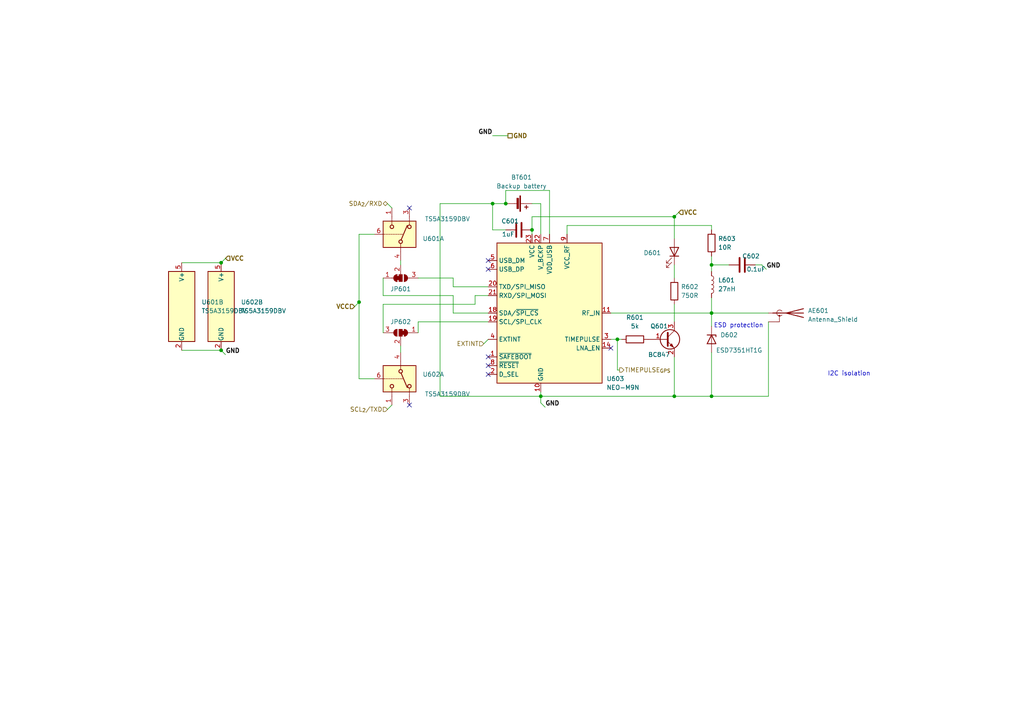
<source format=kicad_sch>
(kicad_sch (version 20211123) (generator eeschema)
  (paper "A4")
  (title_block (title "Power Unit - CanSat 2023") (date "2023-01-19") (rev "2022") (company "Project SkyFall") (comment 1 "David Haisman"))
  (lib_symbols
    (symbol "Analog_Switch:TS5A3159DBV" (pin_names (offset 0.127))
      (property "Reference" "U" (at -3.175 4.699 0))
      (property "Value" "TS5A3159DBV" (at -3.175 2.921 0))
      (symbol "TS5A3159DBV_1_1"
        (rectangle (start -3.81 1.905) (end 3.81 -7.62) (stroke (width 0.254)) (fill (type background)))
        (circle (center -2.159 -2.54) (radius 0.508) (stroke (width 0.254)))
        (polyline (pts (xy -5.08 -2.54) (xy -2.794 -2.54)))
        (polyline (pts (xy -1.651 -2.413) (xy 2.54 -0.635)) (stroke (width 0.254)))
        (polyline (pts (xy 0 -7.62) (xy 0 -7.112)))
        (polyline (pts (xy 0 -6.858) (xy 0 -6.604)))
        (polyline (pts (xy 0 -6.35) (xy 0 -6.096)))
        (polyline (pts (xy 0 -5.842) (xy 0 -5.588)))
        (polyline (pts (xy 0 -5.334) (xy 0 -5.08)))
        (polyline (pts (xy 0 -4.826) (xy 0 -4.572)))
        (polyline (pts (xy 0 -4.318) (xy 0 -4.064)))
        (polyline (pts (xy 0 -3.81) (xy 0 -3.556)))
        (polyline (pts (xy 0 -3.302) (xy 0 -3.048)))
        (polyline (pts (xy 0 -2.794) (xy 0 -2.54)))
        (polyline (pts (xy 0 -2.286) (xy 0 -2.032)))
        (polyline (pts (xy 0 -2.286) (xy 0 -2.032)))
        (polyline (pts (xy 5.08 -5.08) (xy 2.794 -5.08)))
        (polyline (pts (xy 5.08 0) (xy 2.794 0)))
        (circle (center 2.159 -5.08) (radius 0.508) (stroke (width 0.254)))
        (circle (center 2.159 0) (radius 0.508) (stroke (width 0.254)))
        (pin passive line (at 7.62 -5.08 180) (length 2.54) (name "~") (number "1"))
        (pin passive line (at 7.62 0 180) (length 2.54) (name "~") (number "3"))
        (pin passive line (at -7.62 -2.54 0) (length 2.54) (name "~") (number "4"))
        (pin input line (at 0 -10.16 90) (length 2.54) (name "~") (number "6"))
      )
      (symbol "TS5A3159DBV_2_0"
        (pin power_in line (at 0 -12.7 90) (length 2.54) (name "GND") (number "2"))
        (pin power_in line (at 0 12.7 270) (length 2.54) (name "V+") (number "5"))
      )
      (symbol "TS5A3159DBV_2_1"
        (rectangle (start -3.81 10.16) (end 3.81 -10.16) (stroke (width 0.254)) (fill (type background)))
      )
    )
    (symbol "Device:Antenna_Shield" (pin_numbers hide) (pin_names (offset 1.016) hide)
      (property "Reference" "AE" (at -1.905 4.445 0))
      (property "Value" "Antenna_Shield" (at -1.905 2.54 0))
      (symbol "Antenna_Shield_0_1"
        (arc (start -0.508 -1.143) (mid -0.8429 -2.1194) (end 0 -2.667))
        (arc (start 0 -2.667) (mid 0.7989 -2.1052) (end 0.508 -1.143))
        (polyline (pts (xy 0 -2.54) (xy 0 0)))
        (polyline (pts (xy 0 5.08) (xy 0 -3.81)) (stroke (width 0.254)))
        (polyline (pts (xy 0.762 -1.905) (xy 2.54 -1.905)))
        (polyline (pts (xy 2.54 -2.54) (xy 2.54 -1.905)))
        (polyline (pts (xy 1.27 5.08) (xy 0 0) (xy -1.27 5.08)) (stroke (width 0.254)))
        (circle (center 0.762 -1.905) (radius 0.1778) (fill (type outline)))
      )
      (symbol "Antenna_Shield_1_1"
        (pin input line (at 0 -5.08 90) (length 2.54) (name "A") (number "1"))
        (pin input line (at 2.54 -5.08 90) (length 2.54) (name "Shield") (number "2"))
      )
    )
    (symbol "Device:Battery_Cell" (pin_numbers hide) (pin_names (offset 0) hide)
      (property "Reference" "BT" (at 2.54 2.54 0))
      (property "Value" "Battery_Cell" (at 2.54 0 0))
      (symbol "Battery_Cell_0_1"
        (rectangle (start -2.286 1.778) (end 2.286 1.524) (fill (type outline)))
        (rectangle (start -1.5748 1.1938) (end 1.4732 0.6858) (fill (type outline)))
        (polyline (pts (xy 0 0.762) (xy 0 0)))
        (polyline (pts (xy 0 1.778) (xy 0 2.54)))
        (polyline (pts (xy 0.508 3.429) (xy 1.524 3.429)) (stroke (width 0.254)))
        (polyline (pts (xy 1.016 3.937) (xy 1.016 2.921)) (stroke (width 0.254)))
      )
      (symbol "Battery_Cell_1_1"
        (pin passive line (at 0 5.08 270) (length 2.54) (name "+") (number "1"))
        (pin passive line (at 0 -2.54 90) (length 2.54) (name "-") (number "2"))
      )
    )
    (symbol "Device:C" (pin_numbers hide) (pin_names (offset 0.254))
      (property "Reference" "C" (at 0.635 2.54 0))
      (property "Value" "C" (at 0.635 -2.54 0))
      (symbol "C_0_1"
        (polyline (pts (xy -2.032 -0.762) (xy 2.032 -0.762)) (stroke (width 0.508)))
        (polyline (pts (xy -2.032 0.762) (xy 2.032 0.762)) (stroke (width 0.508)))
      )
      (symbol "C_1_1"
        (pin passive line (at 0 3.81 270) (length 2.794) (name "~") (number "1"))
        (pin passive line (at 0 -3.81 90) (length 2.794) (name "~") (number "2"))
      )
    )
    (symbol "Device:D_Zener" (pin_numbers hide) (pin_names (offset 1.016) hide)
      (property "Reference" "D" (at 0 2.54 0))
      (property "Value" "D_Zener" (at 0 -2.54 0))
      (symbol "D_Zener_0_1"
        (polyline (pts (xy 1.27 0) (xy -1.27 0)))
        (polyline (pts (xy -1.27 -1.27) (xy -1.27 1.27) (xy -0.762 1.27)) (stroke (width 0.254)))
        (polyline (pts (xy 1.27 -1.27) (xy 1.27 1.27) (xy -1.27 0) (xy 1.27 -1.27)) (stroke (width 0.254)))
      )
      (symbol "D_Zener_1_1"
        (pin passive line (at -3.81 0 0) (length 2.54) (name "K") (number "1"))
        (pin passive line (at 3.81 0 180) (length 2.54) (name "A") (number "2"))
      )
    )
    (symbol "Device:L" (pin_numbers hide) (pin_names (offset 1.016) hide)
      (property "Reference" "L" (at -1.27 0 90))
      (property "Value" "L" (at 1.905 0 90))
      (symbol "L_0_1"
        (arc (start 0 -2.54) (mid 0.635 -1.905) (end 0 -1.27))
        (arc (start 0 -1.27) (mid 0.635 -0.635) (end 0 0))
        (arc (start 0 0) (mid 0.635 0.635) (end 0 1.27))
        (arc (start 0 1.27) (mid 0.635 1.905) (end 0 2.54))
      )
      (symbol "L_1_1"
        (pin passive line (at 0 3.81 270) (length 1.27) (name "1") (number "1"))
        (pin passive line (at 0 -3.81 90) (length 1.27) (name "2") (number "2"))
      )
    )
    (symbol "Device:LED" (pin_numbers hide) (pin_names (offset 1.016) hide)
      (property "Reference" "D" (at 0 2.54 0))
      (property "Value" "LED" (at 0 -2.54 0))
      (symbol "LED_0_1"
        (polyline (pts (xy -1.27 -1.27) (xy -1.27 1.27)) (stroke (width 0.254)))
        (polyline (pts (xy -1.27 0) (xy 1.27 0)))
        (polyline (pts (xy 1.27 -1.27) (xy 1.27 1.27) (xy -1.27 0) (xy 1.27 -1.27)) (stroke (width 0.254)))
        (polyline (pts (xy -3.048 -0.762) (xy -4.572 -2.286) (xy -3.81 -2.286) (xy -4.572 -2.286) (xy -4.572 -1.524)))
        (polyline (pts (xy -1.778 -0.762) (xy -3.302 -2.286) (xy -2.54 -2.286) (xy -3.302 -2.286) (xy -3.302 -1.524)))
      )
      (symbol "LED_1_1"
        (pin passive line (at -3.81 0 0) (length 2.54) (name "K") (number "1"))
        (pin passive line (at 3.81 0 180) (length 2.54) (name "A") (number "2"))
      )
    )
    (symbol "Device:R" (pin_numbers hide) (pin_names (offset 0))
      (property "Reference" "R" (at 2.032 0 90))
      (property "Value" "R" (at 0 0 90))
      (symbol "R_0_1"
        (rectangle (start -1.016 -2.54) (end 1.016 2.54) (stroke (width 0.254)))
      )
      (symbol "R_1_1"
        (pin passive line (at 0 3.81 270) (length 1.27) (name "~") (number "1"))
        (pin passive line (at 0 -3.81 90) (length 1.27) (name "~") (number "2"))
      )
    )
    (symbol "Dovolená:NEO-M9N"
      (property "Reference" "U" (at -13.97 21.59 0))
      (property "Value" "NEO-M9N" (at 11.43 21.59 0))
      (symbol "NEO-M9N_0_1"
        (rectangle (start -15.24 20.32) (end 15.24 -20.32) (stroke (width 0.254)) (fill (type background)))
      )
      (symbol "NEO-M9N_1_1"
        (pin input line (at -17.78 -12.7 0) (length 2.54) (name "~{SAFEBOOT}") (number "1"))
        (pin power_in line (at -2.54 -22.86 90) (length 2.54) (name "GND") (number "10"))
        (pin input line (at 17.78 0 180) (length 2.54) (name "RF_IN") (number "11"))
        (pin passive line (at 2.54 -22.86 90) (length 2.54) hide (name "GND") (number "12"))
        (pin passive line (at -5.08 -22.86 90) (length 2.54) hide (name "GND") (number "13"))
        (pin output line (at 17.78 -10.16 180) (length 2.54) (name "LNA_EN") (number "14"))
        (pin no_connect line (at 15.24 -12.7 180) (length 2.54) hide (name "RESERVED") (number "15"))
        (pin no_connect line (at 15.24 -15.24 180) (length 2.54) hide (name "RESERVED") (number "16"))
        (pin no_connect line (at 15.24 -17.78 180) (length 2.54) hide (name "RESERVED") (number "17"))
        (pin bidirectional line (at -17.78 0 0) (length 2.54) (name "SDA/~{SPI_CS}") (number "18"))
        (pin input line (at -17.78 -2.54 0) (length 2.54) (name "SCL/SPI_CLK") (number "19"))
        (pin input line (at -17.78 -17.78 0) (length 2.54) (name "D_SEL") (number "2"))
        (pin output line (at -17.78 7.62 0) (length 2.54) (name "TXD/SPI_MISO") (number "20"))
        (pin input line (at -17.78 5.08 0) (length 2.54) (name "RXD/SPI_MOSI") (number "21"))
        (pin power_in line (at -2.54 22.86 270) (length 2.54) (name "V_BCKP") (number "22"))
        (pin power_in line (at -5.08 22.86 270) (length 2.54) (name "VCC") (number "23"))
        (pin passive line (at 0 -22.86 90) (length 2.54) hide (name "GND") (number "24"))
        (pin output line (at 17.78 -7.62 180) (length 2.54) (name "TIMEPULSE") (number "3"))
        (pin input line (at -17.78 -7.62 0) (length 2.54) (name "EXTINT") (number "4"))
        (pin bidirectional line (at -17.78 15.24 0) (length 2.54) (name "USB_DM") (number "5"))
        (pin bidirectional line (at -17.78 12.7 0) (length 2.54) (name "USB_DP") (number "6"))
        (pin power_in line (at 0 22.86 270) (length 2.54) (name "VDD_USB") (number "7"))
        (pin input line (at -17.78 -15.24 0) (length 2.54) (name "~{RESET}") (number "8"))
        (pin power_out line (at 5.08 22.86 270) (length 2.54) (name "VCC_RF") (number "9"))
      )
    )
    (symbol "Jumper:SolderJumper_3_Bridged12" (pin_names (offset 0) hide)
      (property "Reference" "JP" (at -2.54 -2.54 0))
      (property "Value" "SolderJumper_3_Bridged12" (at 0 2.794 0))
      (symbol "SolderJumper_3_Bridged12_0_1"
        (rectangle (start -1.016 0.508) (end -0.508 -0.508) (fill (type outline)))
        (arc (start -1.016 1.016) (mid -2.032 0) (end -1.016 -1.016))
        (arc (start -1.016 1.016) (mid -2.032 0) (end -1.016 -1.016) (fill (type outline)))
        (rectangle (start -0.508 1.016) (end 0.508 -1.016) (fill (type outline)))
        (polyline (pts (xy -2.54 0) (xy -2.032 0)))
        (polyline (pts (xy -1.016 1.016) (xy -1.016 -1.016)))
        (polyline (pts (xy 0 -1.27) (xy 0 -1.016)))
        (polyline (pts (xy 1.016 1.016) (xy 1.016 -1.016)))
        (polyline (pts (xy 2.54 0) (xy 2.032 0)))
        (arc (start 1.016 -1.016) (mid 2.032 0) (end 1.016 1.016))
        (arc (start 1.016 -1.016) (mid 2.032 0) (end 1.016 1.016) (fill (type outline)))
      )
      (symbol "SolderJumper_3_Bridged12_1_1"
        (pin passive line (at -5.08 0 0) (length 2.54) (name "A") (number "1"))
        (pin passive line (at 0 -3.81 90) (length 2.54) (name "C") (number "2"))
        (pin passive line (at 5.08 0 180) (length 2.54) (name "B") (number "3"))
      )
    )
    (symbol "Transistor_BJT:BC847" (pin_names (offset 0) hide)
      (property "Reference" "Q" (at 5.08 1.905 0))
      (property "Value" "BC847" (at 5.08 0 0))
      (symbol "BC847_0_1"
        (polyline (pts (xy 0.635 0.635) (xy 2.54 2.54)))
        (polyline (pts (xy 0.635 -0.635) (xy 2.54 -2.54) (xy 2.54 -2.54)))
        (polyline (pts (xy 0.635 1.905) (xy 0.635 -1.905) (xy 0.635 -1.905)) (stroke (width 0.508)))
        (polyline (pts (xy 1.27 -1.778) (xy 1.778 -1.27) (xy 2.286 -2.286) (xy 1.27 -1.778) (xy 1.27 -1.778)) (fill (type outline)))
        (circle (center 1.27 0) (radius 2.8194) (stroke (width 0.254)))
      )
      (symbol "BC847_1_1"
        (pin input line (at -5.08 0 0) (length 5.715) (name "B") (number "1"))
        (pin passive line (at 2.54 -5.08 90) (length 2.54) (name "E") (number "2"))
        (pin passive line (at 2.54 5.08 270) (length 2.54) (name "C") (number "3"))
      )
    )
  )
  (junction (at 146.685 59.055))
  (junction (at 64.135 76.2))
  (junction (at 64.135 101.6))
  (junction (at 156.845 114.935))
  (junction (at 142.875 59.055))
  (junction (at 206.375 114.935))
  (junction (at 195.58 114.935))
  (junction (at 206.375 76.835))
  (junction (at 179.07 98.425))
  (junction (at 195.58 62.865))
  (junction (at 154.305 66.675))
  (junction (at 104.14 87.63))
  (junction (at 206.375 90.805))
  (no_connect (at 141.605 106.045))
  (no_connect (at 141.605 108.585))
  (no_connect (at 141.605 103.505))
  (no_connect (at 177.165 100.965))
  (no_connect (at 118.745 60.325))
  (no_connect (at 118.745 117.475))
  (no_connect (at 141.605 75.565))
  (no_connect (at 141.605 78.105))
  (wire (pts (xy 164.465 67.945) (xy 164.465 65.405)))
  (wire (pts (xy 195.58 103.505) (xy 195.58 114.935)))
  (wire (pts (xy 154.305 62.865) (xy 195.58 62.865)))
  (wire (pts (xy 156.845 114.935) (xy 195.58 114.935)))
  (wire (pts (xy 154.305 66.675) (xy 154.305 67.945)))
  (wire (pts (xy 195.58 62.865) (xy 195.58 69.215)))
  (wire (pts (xy 177.165 90.805) (xy 206.375 90.805)))
  (wire (pts (xy 222.25 78.105) (xy 220.98 76.835)))
  (wire (pts (xy 179.07 98.425) (xy 177.165 98.425)))
  (wire (pts (xy 159.385 55.245) (xy 146.685 55.245)))
  (wire (pts (xy 195.58 114.935) (xy 206.375 114.935)))
  (wire (pts (xy 131.445 90.805) (xy 141.605 90.805)))
  (wire (pts (xy 179.07 107.315) (xy 179.07 98.425)))
  (wire (pts (xy 52.705 101.6) (xy 64.135 101.6)))
  (wire (pts (xy 142.875 59.055) (xy 146.685 59.055)))
  (wire (pts (xy 206.375 102.235) (xy 206.375 114.935)))
  (wire (pts (xy 64.135 101.6) (xy 65.405 102.87)))
  (wire (pts (xy 104.14 67.945) (xy 104.14 87.63)))
  (wire (pts (xy 206.375 65.405) (xy 206.375 66.675)))
  (wire (pts (xy 206.375 78.74) (xy 206.375 76.835)))
  (wire (pts (xy 159.385 55.245) (xy 159.385 67.945)))
  (wire (pts (xy 116.205 102.235) (xy 116.205 100.33)))
  (wire (pts (xy 137.795 85.725) (xy 141.605 85.725)))
  (wire (pts (xy 102.87 88.9) (xy 104.14 87.63)))
  (wire (pts (xy 141.605 83.185) (xy 131.445 83.185)))
  (wire (pts (xy 111.125 85.725) (xy 111.125 80.645)))
  (wire (pts (xy 131.445 90.805) (xy 131.445 85.725)))
  (wire (pts (xy 108.585 67.945) (xy 104.14 67.945)))
  (wire (pts (xy 156.845 114.935) (xy 156.845 116.84)))
  (wire (pts (xy 116.205 75.565) (xy 116.205 76.835)))
  (wire (pts (xy 121.285 80.645) (xy 131.445 80.645)))
  (wire (pts (xy 156.845 116.84) (xy 158.115 118.11)))
  (wire (pts (xy 147.32 39.37) (xy 142.875 39.37)))
  (wire (pts (xy 179.705 107.315) (xy 179.07 107.315)))
  (wire (pts (xy 127.635 59.055) (xy 142.875 59.055)))
  (wire (pts (xy 156.845 113.665) (xy 156.845 114.935)))
  (wire (pts (xy 222.885 93.345) (xy 222.885 114.935)))
  (wire (pts (xy 111.125 85.725) (xy 131.445 85.725)))
  (wire (pts (xy 154.305 59.055) (xy 156.845 59.055)))
  (wire (pts (xy 196.85 61.595) (xy 195.58 62.865)))
  (wire (pts (xy 112.395 118.745) (xy 113.665 117.475)))
  (wire (pts (xy 104.14 87.63) (xy 104.14 109.855)))
  (wire (pts (xy 156.845 114.935) (xy 127.635 114.935)))
  (wire (pts (xy 142.875 66.675) (xy 142.875 59.055)))
  (wire (pts (xy 206.375 94.615) (xy 206.375 90.805)))
  (wire (pts (xy 121.285 96.52) (xy 121.285 93.345)))
  (wire (pts (xy 206.375 90.805) (xy 222.885 90.805)))
  (wire (pts (xy 164.465 65.405) (xy 206.375 65.405)))
  (wire (pts (xy 104.14 109.855) (xy 108.585 109.855)))
  (wire (pts (xy 206.375 86.36) (xy 206.375 90.805)))
  (wire (pts (xy 206.375 74.295) (xy 206.375 76.835)))
  (wire (pts (xy 146.685 55.245) (xy 146.685 59.055)))
  (wire (pts (xy 137.795 88.265) (xy 137.795 85.725)))
  (wire (pts (xy 146.685 66.675) (xy 142.875 66.675)))
  (wire (pts (xy 206.375 114.935) (xy 222.885 114.935)))
  (wire (pts (xy 131.445 83.185) (xy 131.445 80.645)))
  (wire (pts (xy 121.285 93.345) (xy 141.605 93.345)))
  (wire (pts (xy 195.58 80.645) (xy 195.58 76.835)))
  (wire (pts (xy 154.305 66.675) (xy 154.305 62.865)))
  (wire (pts (xy 220.98 76.835) (xy 219.075 76.835)))
  (wire (pts (xy 65.405 74.93) (xy 64.135 76.2)))
  (wire (pts (xy 111.125 88.265) (xy 137.795 88.265)))
  (wire (pts (xy 111.125 88.265) (xy 111.125 96.52)))
  (wire (pts (xy 206.375 76.835) (xy 211.455 76.835)))
  (wire (pts (xy 112.395 59.055) (xy 113.665 60.325)))
  (wire (pts (xy 195.58 93.345) (xy 195.58 88.265)))
  (wire (pts (xy 52.705 76.2) (xy 64.135 76.2)))
  (wire (pts (xy 180.34 98.425) (xy 179.07 98.425)))
  (wire (pts (xy 127.635 114.935) (xy 127.635 59.055)))
  (wire (pts (xy 156.845 67.945) (xy 156.845 59.055)))
  (wire (pts (xy 140.335 99.695) (xy 141.605 98.425)))
  (text "ESD protection" (at 207.01 95.25 0) (effects (font (size 1.27 1.27)) (justify left bottom)))
  (text "I2C isolation" (at 240.03 109.22 0) (effects (font (size 1.27 1.27)) (justify left bottom)))
  (label "GND" (at 158.115 118.11 0) (effects (font (thickness 0.254) bold)))
  (label "GND" (at 222.25 78.105 0) (effects (font (thickness 0.254) bold)))
  (label "GND" (at 142.875 39.37 180) (effects (font (thickness 0.254) bold)))
  (label "GND" (at 65.405 102.87 0) (effects (font (thickness 0.254) bold)))
  (hierarchical_label "VCC" (shape input) (at 196.85 61.595 0) (effects (font bold)))
  (hierarchical_label "EXTINT" (shape input) (at 140.335 99.695 180))
  (hierarchical_label "GND" (shape passive) (at 147.32 39.37 0) (effects (font (thickness 0.254) bold)))
  (hierarchical_label "VCC" (shape input) (at 102.87 88.9 180) (effects (font bold)))
  (hierarchical_label "SCL_{2}{slash}TXD" (shape input) (at 112.395 118.745 180))
  (hierarchical_label "TIMEPULSE_{GPS}" (shape output) (at 179.705 107.315 0))
  (hierarchical_label "SDA_{2}{slash}RXD" (shape bidirectional) (at 112.395 59.055 180))
  (hierarchical_label "VCC" (shape input) (at 65.405 74.93 0) (effects (font bold)))
  (symbol (lib_id "Device:R") (at 195.58 84.455 0) (unit 1)
    (property "Reference" "R602" (at 197.485 83.1849 0) (effects (justify left)))
    (property "Value" "750R" (at 197.485 85.7249 0) (effects (justify left)))
    (property "Footprint" "CanSat_2023:R_0805_2012Metric" (effects hide))
  )
  (symbol (lib_id "Device:D_Zener") (at 206.375 98.425 270) (unit 1)
    (property "Reference" "D602" (at 208.915 97.1549 90) (effects (justify left)))
    (property "Value" "ESD7351HT1G" (at 207.645 101.6 90) (effects (justify left)))
    (property "Footprint" "CanSat_2023:D_SOD-323" (effects hide))
    (property "Datasheet" "https://cz.mouser.com/datasheet/2/308/ESD7351_D-1805075.pdf" (effects hide))
  )
  (symbol (lib_id "Device:Battery_Cell") (at 149.225 59.055 270) (unit 1)
    (property "Reference" "BT601" (at 151.257 51.435 90))
    (property "Value" "Backup battery" (at 151.257 53.975 90))
    (property "Footprint" "CanSat_2023:2989" (effects hide))
  )
  (symbol (lib_id "Jumper:SolderJumper_3_Bridged12") (at 116.205 96.52 0) (mirror y) (unit 1)
    (property "Reference" "JP602" (at 116.205 93.345 0))
    (property "Value" "SolderJumper_3_Bridged12" (effects hide))
    (property "Footprint" "CanSat_2023:SolderJumper-3_P1.3mm_Bridged12_Pad1.0x1.5mm" (effects hide))
  )
  (symbol (lib_id "Device:C") (at 150.495 66.675 90) (unit 1)
    (property "Reference" "C601" (at 147.955 64.135 90))
    (property "Value" "1uF" (at 149.225 67.945 90) (effects (justify left)))
    (property "Footprint" "CanSat_2023:C_0805_2012Metric" (effects hide))
  )
  (symbol (lib_id "Analog_Switch:TS5A3159DBV") (at 118.745 109.855 270) (unit 1)
    (property "Reference" "U602" (at 122.555 108.5849 90) (effects (justify left)))
    (property "Value" "TS5A3159DBV" (at 123.19 114.3 90) (effects (justify left)))
    (property "Footprint" "CanSat_2023:SOT-23-6" (effects hide))
    (property "Datasheet" "http://www.ti.com/lit/ds/symlink/ts5a3159.pdf" (effects hide))
  )
  (symbol (lib_id "Device:R") (at 206.375 70.485 180) (unit 1)
    (property "Reference" "R603" (at 208.28 69.2149 0) (effects (justify right)))
    (property "Value" "10R" (at 208.28 71.7549 0) (effects (justify right)))
    (property "Footprint" "CanSat_2023:R_0805_2012Metric" (effects hide))
  )
  (symbol (lib_id "Dovolená:NEO-M9N") (at 159.385 90.805 0) (unit 1)
    (property "Reference" "U603" (at 175.895 109.855 0) (effects (justify left)))
    (property "Value" "NEO-M9N" (at 175.895 112.395 0) (effects (justify left)))
    (property "Footprint" "CanSat_2023:ublox_NEO" (effects hide))
    (property "Datasheet" "https://content.u-blox.com/sites/default/files/NEO-M9N-00B_DataSheet_UBX-19014285.pdf" (effects hide))
  )
  (symbol (lib_id "Device:L") (at 206.375 82.55 0) (unit 1)
    (property "Reference" "L601" (at 208.28 81.2799 0) (effects (justify left)))
    (property "Value" "27nH" (at 208.28 83.8199 0) (effects (justify left)))
    (property "Footprint" "CanSat_2023:L_0805_2012Metric" (effects hide))
  )
  (symbol (lib_id "Device:R") (at 184.15 98.425 90) (unit 1)
    (property "Reference" "R601" (at 184.15 92.075 90))
    (property "Value" "5k" (at 184.15 94.615 90))
    (property "Footprint" "CanSat_2023:R_0805_2012Metric" (effects hide))
  )
  (symbol (lib_id "Analog_Switch:TS5A3159DBV") (at 118.745 67.945 270) (mirror x) (unit 1)
    (property "Reference" "U601" (at 122.555 69.2151 90) (effects (justify left)))
    (property "Value" "TS5A3159DBV" (at 123.19 63.5 90) (effects (justify left)))
    (property "Footprint" "CanSat_2023:SOT-23-6" (effects hide))
    (property "Datasheet" "http://www.ti.com/lit/ds/symlink/ts5a3159.pdf" (effects hide))
  )
  (symbol (lib_id "Transistor_BJT:BC847") (at 193.04 98.425 0) (unit 1)
    (property "Reference" "Q601" (at 188.595 94.615 0) (effects (justify left)))
    (property "Value" "BC847" (at 187.96 102.87 0) (effects (justify left)))
    (property "Footprint" "CanSat_2023:SOT-23" (effects hide))
    (property "Datasheet" "http://www.infineon.com/dgdl/Infineon-BC847SERIES_BC848SERIES_BC849SERIES_BC850SERIES-DS-v01_01-en.pdf?fileId=db3a304314dca389011541d4630a1657" (effects hide))
  )
  (symbol (lib_id "Jumper:SolderJumper_3_Bridged12") (at 116.205 80.645 0) (mirror x) (unit 1)
    (property "Reference" "JP601" (at 116.205 83.82 0))
    (property "Value" "SolderJumper_3_Bridged12" (effects hide))
    (property "Footprint" "CanSat_2023:SolderJumper-3_P1.3mm_Bridged12_Pad1.0x1.5mm" (effects hide))
  )
  (symbol (lib_id "Device:LED") (at 195.58 73.025 270) (mirror x) (unit 1)
    (property "Reference" "D601" (at 191.77 73.3424 90) (effects (justify right)))
    (property "Value" "APT2012LSECK{slash}J4-PRV" (effects hide))
    (property "Footprint" "CanSat_2023:LED_0805_2012Metric" (effects hide))
  )
  (symbol (lib_id "Device:C") (at 215.265 76.835 270) (mirror x) (unit 1)
    (property "Reference" "C602" (at 217.805 74.295 90))
    (property "Value" "0.1uF" (at 216.535 78.105 90) (effects (justify left)))
    (property "Footprint" "CanSat_2023:C_0805_2012Metric" (effects hide))
  )
  (symbol (lib_id "Analog_Switch:TS5A3159DBV") (at 64.135 88.9 0) (unit 2)
    (property "Reference" "U602" (at 69.85 87.6299 0) (effects (justify left)))
    (property "Value" "TS5A3159DBV" (at 69.85 90.1699 0) (effects (justify left)))
    (property "Footprint" "CanSat_2023:SOT-23-6" (effects hide))
    (property "Datasheet" "http://www.ti.com/lit/ds/symlink/ts5a3159.pdf" (effects hide))
  )
  (symbol (lib_id "Analog_Switch:TS5A3159DBV") (at 52.705 88.9 0) (unit 2)
    (property "Reference" "U601" (at 58.42 87.6299 0) (effects (justify left)))
    (property "Value" "TS5A3159DBV" (at 58.42 90.1699 0) (effects (justify left)))
    (property "Footprint" "CanSat_2023:SOT-23-6" (effects hide))
    (property "Datasheet" "http://www.ti.com/lit/ds/symlink/ts5a3159.pdf" (effects hide))
  )
  (symbol (lib_id "Device:Antenna_Shield") (at 227.965 90.805 270) (unit 1)
    (property "Reference" "AE601" (at 234.315 90.1064 90) (effects (justify left)))
    (property "Value" "Antenna_Shield" (at 234.315 92.6464 90) (effects (justify left)))
    (property "Footprint" "CanSat_2023:U.FL_Hirose_U.FL-R-SMT-1_Vertical" (effects hide))
  )
)
</source>
